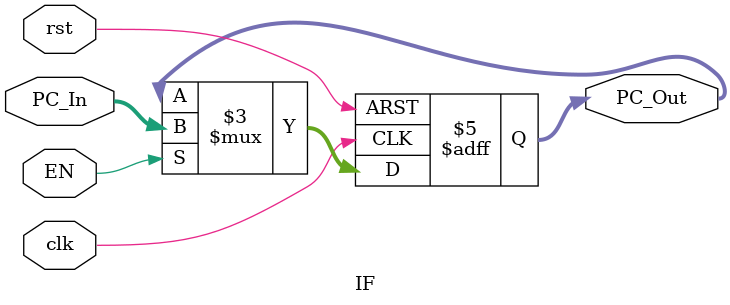
<source format=v>
/*
Filename : IF.v
Compiler : Quartus II
Description : PC to PC register
INPUT : clk, rst, EN : all active high
        PCIn : 32bits Register
OUTPUT : PCIn : 32bits Register
Author : Yeoman Zhuang
Release : *
*/

module IF(
    input clk, rst, EN,
    input [31:0] PC_In,
    output reg [31:0] PC_Out
);
    always @(posedge clk or posedge rst) begin
        if (rst) begin
            // reset
            PC_Out <= 0;
        end else if (EN) begin
            PC_Out <= PC_In;
        end else begin
            PC_Out <= PC_Out;
        end
    end

endmodule

</source>
